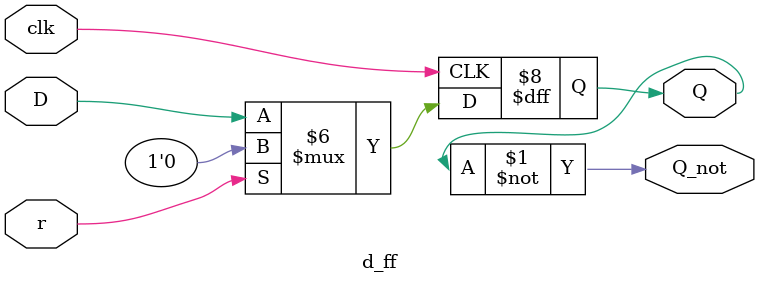
<source format=v>
module d_ff(
    input  clk,   // clock (btnC)
    input  D,     // data input
    output reg Q, // main output
    output Q_not, // complement
    input r //reset
);
    // Initial state
    initial begin
        Q = 1'b0;
    end

    // Complement output
    assign Q_not = ~Q;

    // Edge-sensitive behavior: sample D on rising edge
    always @(posedge clk) begin
        if (r == 1'b1) begin
            Q <= 1'b0;
        end else begin
            Q <= D;
        end
    end
endmodule
</source>
